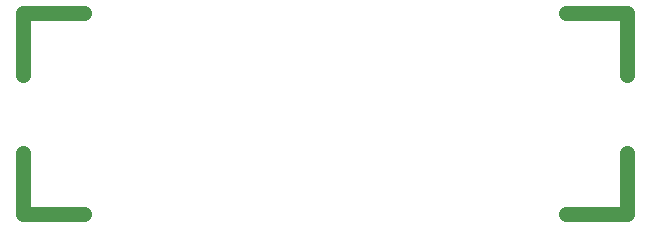
<source format=gbp>
%FSLAX24Y24*%
%MOIN*%
G70*
G01*
G75*
G04 Layer_Color=128*
%ADD10O,0.0138X0.0256*%
%ADD11O,0.0256X0.0138*%
%ADD12R,0.1339X0.1339*%
%ADD13R,0.0354X0.0276*%
%ADD14R,0.0354X0.0315*%
%ADD15R,0.0551X0.0433*%
%ADD16R,0.0315X0.0354*%
%ADD17R,0.0276X0.0354*%
%ADD18R,0.0984X0.0866*%
%ADD19R,0.0197X0.0787*%
%ADD20R,0.0689X0.0571*%
%ADD21R,0.0295X0.0118*%
%ADD22R,0.0256X0.0354*%
%ADD23R,0.0453X0.0551*%
%ADD24R,0.0177X0.0315*%
%ADD25R,0.1260X0.0433*%
%ADD26R,0.0354X0.0256*%
%ADD27C,0.0100*%
%ADD28C,0.0150*%
%ADD29C,0.0200*%
%ADD30C,0.0180*%
%ADD31C,0.0300*%
%ADD32C,0.0130*%
%ADD33C,0.0500*%
%ADD34R,0.0620X0.0620*%
%ADD35C,0.0620*%
%ADD36C,0.0350*%
%ADD37C,0.0098*%
%ADD38C,0.0098*%
%ADD39C,0.0050*%
%ADD40C,0.0079*%
%ADD41C,0.0060*%
%ADD42O,0.0218X0.0336*%
%ADD43O,0.0336X0.0218*%
%ADD44R,0.1419X0.1419*%
%ADD45R,0.0434X0.0356*%
%ADD46R,0.0434X0.0395*%
%ADD47R,0.0631X0.0513*%
%ADD48R,0.0395X0.0434*%
%ADD49R,0.0356X0.0434*%
%ADD50R,0.1064X0.0946*%
%ADD51R,0.0277X0.0867*%
%ADD52R,0.0769X0.0651*%
%ADD53R,0.0375X0.0198*%
%ADD54R,0.0336X0.0434*%
%ADD55R,0.0533X0.0631*%
%ADD56R,0.0257X0.0395*%
%ADD57R,0.1340X0.0513*%
%ADD58R,0.0434X0.0336*%
%ADD59R,0.0700X0.0700*%
%ADD60C,0.0700*%
%ADD61C,0.0430*%
D33*
X-250Y6450D02*
X1800D01*
X-250Y4400D02*
Y6450D01*
X19890Y4400D02*
Y6450D01*
X17840D02*
X19890D01*
X17840Y-250D02*
X19890D01*
Y1800D01*
X-250Y-250D02*
Y1800D01*
Y-250D02*
X1800D01*
M02*

</source>
